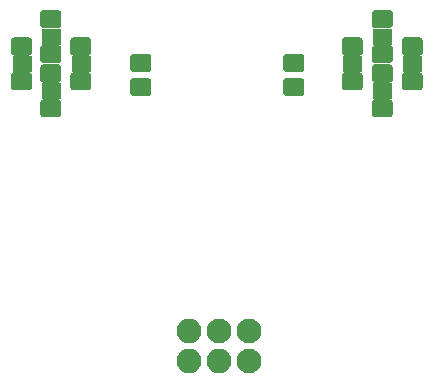
<source format=gbs>
G04 #@! TF.GenerationSoftware,KiCad,Pcbnew,(5.1.2)-1*
G04 #@! TF.CreationDate,2019-05-29T22:54:16+01:00*
G04 #@! TF.ProjectId,noname,6e6f6e61-6d65-42e6-9b69-6361645f7063,rev?*
G04 #@! TF.SameCoordinates,Original*
G04 #@! TF.FileFunction,Soldermask,Bot*
G04 #@! TF.FilePolarity,Negative*
%FSLAX46Y46*%
G04 Gerber Fmt 4.6, Leading zero omitted, Abs format (unit mm)*
G04 Created by KiCad (PCBNEW (5.1.2)-1) date 2019-05-29 22:54:16*
%MOMM*%
%LPD*%
G04 APERTURE LIST*
%ADD10C,0.100000*%
%ADD11C,1.550000*%
%ADD12C,2.100000*%
%ADD13O,2.100000X2.100000*%
G04 APERTURE END LIST*
D10*
G36*
X17272000Y-1714500D02*
G01*
X15748000Y-1714500D01*
X15748000Y-444500D01*
X17272000Y-444500D01*
X17272000Y-1714500D01*
G37*
X17272000Y-1714500D02*
X15748000Y-1714500D01*
X15748000Y-444500D01*
X17272000Y-444500D01*
X17272000Y-1714500D01*
G36*
X14732000Y-4000500D02*
G01*
X13208000Y-4000500D01*
X13208000Y-2730500D01*
X14732000Y-2730500D01*
X14732000Y-4000500D01*
G37*
X14732000Y-4000500D02*
X13208000Y-4000500D01*
X13208000Y-2730500D01*
X14732000Y-2730500D01*
X14732000Y-4000500D01*
G36*
X12192000Y-1714500D02*
G01*
X10668000Y-1714500D01*
X10668000Y-444500D01*
X12192000Y-444500D01*
X12192000Y-1714500D01*
G37*
X12192000Y-1714500D02*
X10668000Y-1714500D01*
X10668000Y-444500D01*
X12192000Y-444500D01*
X12192000Y-1714500D01*
G36*
X14732000Y571500D02*
G01*
X13208000Y571500D01*
X13208000Y1841500D01*
X14732000Y1841500D01*
X14732000Y571500D01*
G37*
X14732000Y571500D02*
X13208000Y571500D01*
X13208000Y1841500D01*
X14732000Y1841500D01*
X14732000Y571500D01*
G36*
X-13335000Y-4000500D02*
G01*
X-14859000Y-4000500D01*
X-14859000Y-2730500D01*
X-13335000Y-2730500D01*
X-13335000Y-4000500D01*
G37*
X-13335000Y-4000500D02*
X-14859000Y-4000500D01*
X-14859000Y-2730500D01*
X-13335000Y-2730500D01*
X-13335000Y-4000500D01*
G36*
X-15811500Y-1714500D02*
G01*
X-17335500Y-1714500D01*
X-17335500Y-444500D01*
X-15811500Y-444500D01*
X-15811500Y-1714500D01*
G37*
X-15811500Y-1714500D02*
X-17335500Y-1714500D01*
X-17335500Y-444500D01*
X-15811500Y-444500D01*
X-15811500Y-1714500D01*
G36*
X-13335000Y571500D02*
G01*
X-14859000Y571500D01*
X-14859000Y1841500D01*
X-13335000Y1841500D01*
X-13335000Y571500D01*
G37*
X-13335000Y571500D02*
X-14859000Y571500D01*
X-14859000Y1841500D01*
X-13335000Y1841500D01*
X-13335000Y571500D01*
G36*
X-10795000Y-1714500D02*
G01*
X-12319000Y-1714500D01*
X-12319000Y-444500D01*
X-10795000Y-444500D01*
X-10795000Y-1714500D01*
G37*
X-10795000Y-1714500D02*
X-12319000Y-1714500D01*
X-12319000Y-444500D01*
X-10795000Y-444500D01*
X-10795000Y-1714500D01*
G36*
X14566618Y518380D02*
G01*
X14599269Y513537D01*
X14631287Y505517D01*
X14662366Y494397D01*
X14692204Y480284D01*
X14720516Y463315D01*
X14747028Y443652D01*
X14771485Y421485D01*
X14793652Y397028D01*
X14813315Y370516D01*
X14830284Y342204D01*
X14844397Y312366D01*
X14855517Y281287D01*
X14863537Y249269D01*
X14868380Y216618D01*
X14870000Y183650D01*
X14870000Y-693650D01*
X14868380Y-726618D01*
X14863537Y-759269D01*
X14855517Y-791287D01*
X14844397Y-822366D01*
X14830284Y-852204D01*
X14813315Y-880516D01*
X14793652Y-907028D01*
X14771485Y-931485D01*
X14747028Y-953652D01*
X14720516Y-973315D01*
X14692204Y-990284D01*
X14662366Y-1004397D01*
X14631287Y-1015517D01*
X14599269Y-1023537D01*
X14566618Y-1028380D01*
X14533650Y-1030000D01*
X13406350Y-1030000D01*
X13373382Y-1028380D01*
X13340731Y-1023537D01*
X13308713Y-1015517D01*
X13277634Y-1004397D01*
X13247796Y-990284D01*
X13219484Y-973315D01*
X13192972Y-953652D01*
X13168515Y-931485D01*
X13146348Y-907028D01*
X13126685Y-880516D01*
X13109716Y-852204D01*
X13095603Y-822366D01*
X13084483Y-791287D01*
X13076463Y-759269D01*
X13071620Y-726618D01*
X13070000Y-693650D01*
X13070000Y183650D01*
X13071620Y216618D01*
X13076463Y249269D01*
X13084483Y281287D01*
X13095603Y312366D01*
X13109716Y342204D01*
X13126685Y370516D01*
X13146348Y397028D01*
X13168515Y421485D01*
X13192972Y443652D01*
X13219484Y463315D01*
X13247796Y480284D01*
X13277634Y494397D01*
X13308713Y505517D01*
X13340731Y513537D01*
X13373382Y518380D01*
X13406350Y520000D01*
X14533650Y520000D01*
X14566618Y518380D01*
X14566618Y518380D01*
G37*
D11*
X13970000Y-255000D03*
D10*
G36*
X14566618Y3468380D02*
G01*
X14599269Y3463537D01*
X14631287Y3455517D01*
X14662366Y3444397D01*
X14692204Y3430284D01*
X14720516Y3413315D01*
X14747028Y3393652D01*
X14771485Y3371485D01*
X14793652Y3347028D01*
X14813315Y3320516D01*
X14830284Y3292204D01*
X14844397Y3262366D01*
X14855517Y3231287D01*
X14863537Y3199269D01*
X14868380Y3166618D01*
X14870000Y3133650D01*
X14870000Y2256350D01*
X14868380Y2223382D01*
X14863537Y2190731D01*
X14855517Y2158713D01*
X14844397Y2127634D01*
X14830284Y2097796D01*
X14813315Y2069484D01*
X14793652Y2042972D01*
X14771485Y2018515D01*
X14747028Y1996348D01*
X14720516Y1976685D01*
X14692204Y1959716D01*
X14662366Y1945603D01*
X14631287Y1934483D01*
X14599269Y1926463D01*
X14566618Y1921620D01*
X14533650Y1920000D01*
X13406350Y1920000D01*
X13373382Y1921620D01*
X13340731Y1926463D01*
X13308713Y1934483D01*
X13277634Y1945603D01*
X13247796Y1959716D01*
X13219484Y1976685D01*
X13192972Y1996348D01*
X13168515Y2018515D01*
X13146348Y2042972D01*
X13126685Y2069484D01*
X13109716Y2097796D01*
X13095603Y2127634D01*
X13084483Y2158713D01*
X13076463Y2190731D01*
X13071620Y2223382D01*
X13070000Y2256350D01*
X13070000Y3133650D01*
X13071620Y3166618D01*
X13076463Y3199269D01*
X13084483Y3231287D01*
X13095603Y3262366D01*
X13109716Y3292204D01*
X13126685Y3320516D01*
X13146348Y3347028D01*
X13168515Y3371485D01*
X13192972Y3393652D01*
X13219484Y3413315D01*
X13247796Y3430284D01*
X13277634Y3444397D01*
X13308713Y3455517D01*
X13340731Y3463537D01*
X13373382Y3468380D01*
X13406350Y3470000D01*
X14533650Y3470000D01*
X14566618Y3468380D01*
X14566618Y3468380D01*
G37*
D11*
X13970000Y2695000D03*
D12*
X127000Y-23749000D03*
X2667000Y-23749000D03*
X2667000Y-26289000D03*
D13*
X127000Y-26289000D03*
X-2413000Y-23749000D03*
X-2413000Y-26289000D03*
D10*
G36*
X-13500382Y3468380D02*
G01*
X-13467731Y3463537D01*
X-13435713Y3455517D01*
X-13404634Y3444397D01*
X-13374796Y3430284D01*
X-13346484Y3413315D01*
X-13319972Y3393652D01*
X-13295515Y3371485D01*
X-13273348Y3347028D01*
X-13253685Y3320516D01*
X-13236716Y3292204D01*
X-13222603Y3262366D01*
X-13211483Y3231287D01*
X-13203463Y3199269D01*
X-13198620Y3166618D01*
X-13197000Y3133650D01*
X-13197000Y2256350D01*
X-13198620Y2223382D01*
X-13203463Y2190731D01*
X-13211483Y2158713D01*
X-13222603Y2127634D01*
X-13236716Y2097796D01*
X-13253685Y2069484D01*
X-13273348Y2042972D01*
X-13295515Y2018515D01*
X-13319972Y1996348D01*
X-13346484Y1976685D01*
X-13374796Y1959716D01*
X-13404634Y1945603D01*
X-13435713Y1934483D01*
X-13467731Y1926463D01*
X-13500382Y1921620D01*
X-13533350Y1920000D01*
X-14660650Y1920000D01*
X-14693618Y1921620D01*
X-14726269Y1926463D01*
X-14758287Y1934483D01*
X-14789366Y1945603D01*
X-14819204Y1959716D01*
X-14847516Y1976685D01*
X-14874028Y1996348D01*
X-14898485Y2018515D01*
X-14920652Y2042972D01*
X-14940315Y2069484D01*
X-14957284Y2097796D01*
X-14971397Y2127634D01*
X-14982517Y2158713D01*
X-14990537Y2190731D01*
X-14995380Y2223382D01*
X-14997000Y2256350D01*
X-14997000Y3133650D01*
X-14995380Y3166618D01*
X-14990537Y3199269D01*
X-14982517Y3231287D01*
X-14971397Y3262366D01*
X-14957284Y3292204D01*
X-14940315Y3320516D01*
X-14920652Y3347028D01*
X-14898485Y3371485D01*
X-14874028Y3393652D01*
X-14847516Y3413315D01*
X-14819204Y3430284D01*
X-14789366Y3444397D01*
X-14758287Y3455517D01*
X-14726269Y3463537D01*
X-14693618Y3468380D01*
X-14660650Y3470000D01*
X-13533350Y3470000D01*
X-13500382Y3468380D01*
X-13500382Y3468380D01*
G37*
D11*
X-14097000Y2695000D03*
D10*
G36*
X-13500382Y518380D02*
G01*
X-13467731Y513537D01*
X-13435713Y505517D01*
X-13404634Y494397D01*
X-13374796Y480284D01*
X-13346484Y463315D01*
X-13319972Y443652D01*
X-13295515Y421485D01*
X-13273348Y397028D01*
X-13253685Y370516D01*
X-13236716Y342204D01*
X-13222603Y312366D01*
X-13211483Y281287D01*
X-13203463Y249269D01*
X-13198620Y216618D01*
X-13197000Y183650D01*
X-13197000Y-693650D01*
X-13198620Y-726618D01*
X-13203463Y-759269D01*
X-13211483Y-791287D01*
X-13222603Y-822366D01*
X-13236716Y-852204D01*
X-13253685Y-880516D01*
X-13273348Y-907028D01*
X-13295515Y-931485D01*
X-13319972Y-953652D01*
X-13346484Y-973315D01*
X-13374796Y-990284D01*
X-13404634Y-1004397D01*
X-13435713Y-1015517D01*
X-13467731Y-1023537D01*
X-13500382Y-1028380D01*
X-13533350Y-1030000D01*
X-14660650Y-1030000D01*
X-14693618Y-1028380D01*
X-14726269Y-1023537D01*
X-14758287Y-1015517D01*
X-14789366Y-1004397D01*
X-14819204Y-990284D01*
X-14847516Y-973315D01*
X-14874028Y-953652D01*
X-14898485Y-931485D01*
X-14920652Y-907028D01*
X-14940315Y-880516D01*
X-14957284Y-852204D01*
X-14971397Y-822366D01*
X-14982517Y-791287D01*
X-14990537Y-759269D01*
X-14995380Y-726618D01*
X-14997000Y-693650D01*
X-14997000Y183650D01*
X-14995380Y216618D01*
X-14990537Y249269D01*
X-14982517Y281287D01*
X-14971397Y312366D01*
X-14957284Y342204D01*
X-14940315Y370516D01*
X-14920652Y397028D01*
X-14898485Y421485D01*
X-14874028Y443652D01*
X-14847516Y463315D01*
X-14819204Y480284D01*
X-14789366Y494397D01*
X-14758287Y505517D01*
X-14726269Y513537D01*
X-14693618Y518380D01*
X-14660650Y520000D01*
X-13533350Y520000D01*
X-13500382Y518380D01*
X-13500382Y518380D01*
G37*
D11*
X-14097000Y-255000D03*
D10*
G36*
X-13500382Y-4080620D02*
G01*
X-13467731Y-4085463D01*
X-13435713Y-4093483D01*
X-13404634Y-4104603D01*
X-13374796Y-4118716D01*
X-13346484Y-4135685D01*
X-13319972Y-4155348D01*
X-13295515Y-4177515D01*
X-13273348Y-4201972D01*
X-13253685Y-4228484D01*
X-13236716Y-4256796D01*
X-13222603Y-4286634D01*
X-13211483Y-4317713D01*
X-13203463Y-4349731D01*
X-13198620Y-4382382D01*
X-13197000Y-4415350D01*
X-13197000Y-5292650D01*
X-13198620Y-5325618D01*
X-13203463Y-5358269D01*
X-13211483Y-5390287D01*
X-13222603Y-5421366D01*
X-13236716Y-5451204D01*
X-13253685Y-5479516D01*
X-13273348Y-5506028D01*
X-13295515Y-5530485D01*
X-13319972Y-5552652D01*
X-13346484Y-5572315D01*
X-13374796Y-5589284D01*
X-13404634Y-5603397D01*
X-13435713Y-5614517D01*
X-13467731Y-5622537D01*
X-13500382Y-5627380D01*
X-13533350Y-5629000D01*
X-14660650Y-5629000D01*
X-14693618Y-5627380D01*
X-14726269Y-5622537D01*
X-14758287Y-5614517D01*
X-14789366Y-5603397D01*
X-14819204Y-5589284D01*
X-14847516Y-5572315D01*
X-14874028Y-5552652D01*
X-14898485Y-5530485D01*
X-14920652Y-5506028D01*
X-14940315Y-5479516D01*
X-14957284Y-5451204D01*
X-14971397Y-5421366D01*
X-14982517Y-5390287D01*
X-14990537Y-5358269D01*
X-14995380Y-5325618D01*
X-14997000Y-5292650D01*
X-14997000Y-4415350D01*
X-14995380Y-4382382D01*
X-14990537Y-4349731D01*
X-14982517Y-4317713D01*
X-14971397Y-4286634D01*
X-14957284Y-4256796D01*
X-14940315Y-4228484D01*
X-14920652Y-4201972D01*
X-14898485Y-4177515D01*
X-14874028Y-4155348D01*
X-14847516Y-4135685D01*
X-14819204Y-4118716D01*
X-14789366Y-4104603D01*
X-14758287Y-4093483D01*
X-14726269Y-4085463D01*
X-14693618Y-4080620D01*
X-14660650Y-4079000D01*
X-13533350Y-4079000D01*
X-13500382Y-4080620D01*
X-13500382Y-4080620D01*
G37*
D11*
X-14097000Y-4854000D03*
D10*
G36*
X-13500382Y-1130620D02*
G01*
X-13467731Y-1135463D01*
X-13435713Y-1143483D01*
X-13404634Y-1154603D01*
X-13374796Y-1168716D01*
X-13346484Y-1185685D01*
X-13319972Y-1205348D01*
X-13295515Y-1227515D01*
X-13273348Y-1251972D01*
X-13253685Y-1278484D01*
X-13236716Y-1306796D01*
X-13222603Y-1336634D01*
X-13211483Y-1367713D01*
X-13203463Y-1399731D01*
X-13198620Y-1432382D01*
X-13197000Y-1465350D01*
X-13197000Y-2342650D01*
X-13198620Y-2375618D01*
X-13203463Y-2408269D01*
X-13211483Y-2440287D01*
X-13222603Y-2471366D01*
X-13236716Y-2501204D01*
X-13253685Y-2529516D01*
X-13273348Y-2556028D01*
X-13295515Y-2580485D01*
X-13319972Y-2602652D01*
X-13346484Y-2622315D01*
X-13374796Y-2639284D01*
X-13404634Y-2653397D01*
X-13435713Y-2664517D01*
X-13467731Y-2672537D01*
X-13500382Y-2677380D01*
X-13533350Y-2679000D01*
X-14660650Y-2679000D01*
X-14693618Y-2677380D01*
X-14726269Y-2672537D01*
X-14758287Y-2664517D01*
X-14789366Y-2653397D01*
X-14819204Y-2639284D01*
X-14847516Y-2622315D01*
X-14874028Y-2602652D01*
X-14898485Y-2580485D01*
X-14920652Y-2556028D01*
X-14940315Y-2529516D01*
X-14957284Y-2501204D01*
X-14971397Y-2471366D01*
X-14982517Y-2440287D01*
X-14990537Y-2408269D01*
X-14995380Y-2375618D01*
X-14997000Y-2342650D01*
X-14997000Y-1465350D01*
X-14995380Y-1432382D01*
X-14990537Y-1399731D01*
X-14982517Y-1367713D01*
X-14971397Y-1336634D01*
X-14957284Y-1306796D01*
X-14940315Y-1278484D01*
X-14920652Y-1251972D01*
X-14898485Y-1227515D01*
X-14874028Y-1205348D01*
X-14847516Y-1185685D01*
X-14819204Y-1168716D01*
X-14789366Y-1154603D01*
X-14758287Y-1143483D01*
X-14726269Y-1135463D01*
X-14693618Y-1130620D01*
X-14660650Y-1129000D01*
X-13533350Y-1129000D01*
X-13500382Y-1130620D01*
X-13500382Y-1130620D01*
G37*
D11*
X-14097000Y-1904000D03*
D10*
G36*
X-15976882Y1155380D02*
G01*
X-15944231Y1150537D01*
X-15912213Y1142517D01*
X-15881134Y1131397D01*
X-15851296Y1117284D01*
X-15822984Y1100315D01*
X-15796472Y1080652D01*
X-15772015Y1058485D01*
X-15749848Y1034028D01*
X-15730185Y1007516D01*
X-15713216Y979204D01*
X-15699103Y949366D01*
X-15687983Y918287D01*
X-15679963Y886269D01*
X-15675120Y853618D01*
X-15673500Y820650D01*
X-15673500Y-56650D01*
X-15675120Y-89618D01*
X-15679963Y-122269D01*
X-15687983Y-154287D01*
X-15699103Y-185366D01*
X-15713216Y-215204D01*
X-15730185Y-243516D01*
X-15749848Y-270028D01*
X-15772015Y-294485D01*
X-15796472Y-316652D01*
X-15822984Y-336315D01*
X-15851296Y-353284D01*
X-15881134Y-367397D01*
X-15912213Y-378517D01*
X-15944231Y-386537D01*
X-15976882Y-391380D01*
X-16009850Y-393000D01*
X-17137150Y-393000D01*
X-17170118Y-391380D01*
X-17202769Y-386537D01*
X-17234787Y-378517D01*
X-17265866Y-367397D01*
X-17295704Y-353284D01*
X-17324016Y-336315D01*
X-17350528Y-316652D01*
X-17374985Y-294485D01*
X-17397152Y-270028D01*
X-17416815Y-243516D01*
X-17433784Y-215204D01*
X-17447897Y-185366D01*
X-17459017Y-154287D01*
X-17467037Y-122269D01*
X-17471880Y-89618D01*
X-17473500Y-56650D01*
X-17473500Y820650D01*
X-17471880Y853618D01*
X-17467037Y886269D01*
X-17459017Y918287D01*
X-17447897Y949366D01*
X-17433784Y979204D01*
X-17416815Y1007516D01*
X-17397152Y1034028D01*
X-17374985Y1058485D01*
X-17350528Y1080652D01*
X-17324016Y1100315D01*
X-17295704Y1117284D01*
X-17265866Y1131397D01*
X-17234787Y1142517D01*
X-17202769Y1150537D01*
X-17170118Y1155380D01*
X-17137150Y1157000D01*
X-16009850Y1157000D01*
X-15976882Y1155380D01*
X-15976882Y1155380D01*
G37*
D11*
X-16573500Y382000D03*
D10*
G36*
X-15976882Y-1794620D02*
G01*
X-15944231Y-1799463D01*
X-15912213Y-1807483D01*
X-15881134Y-1818603D01*
X-15851296Y-1832716D01*
X-15822984Y-1849685D01*
X-15796472Y-1869348D01*
X-15772015Y-1891515D01*
X-15749848Y-1915972D01*
X-15730185Y-1942484D01*
X-15713216Y-1970796D01*
X-15699103Y-2000634D01*
X-15687983Y-2031713D01*
X-15679963Y-2063731D01*
X-15675120Y-2096382D01*
X-15673500Y-2129350D01*
X-15673500Y-3006650D01*
X-15675120Y-3039618D01*
X-15679963Y-3072269D01*
X-15687983Y-3104287D01*
X-15699103Y-3135366D01*
X-15713216Y-3165204D01*
X-15730185Y-3193516D01*
X-15749848Y-3220028D01*
X-15772015Y-3244485D01*
X-15796472Y-3266652D01*
X-15822984Y-3286315D01*
X-15851296Y-3303284D01*
X-15881134Y-3317397D01*
X-15912213Y-3328517D01*
X-15944231Y-3336537D01*
X-15976882Y-3341380D01*
X-16009850Y-3343000D01*
X-17137150Y-3343000D01*
X-17170118Y-3341380D01*
X-17202769Y-3336537D01*
X-17234787Y-3328517D01*
X-17265866Y-3317397D01*
X-17295704Y-3303284D01*
X-17324016Y-3286315D01*
X-17350528Y-3266652D01*
X-17374985Y-3244485D01*
X-17397152Y-3220028D01*
X-17416815Y-3193516D01*
X-17433784Y-3165204D01*
X-17447897Y-3135366D01*
X-17459017Y-3104287D01*
X-17467037Y-3072269D01*
X-17471880Y-3039618D01*
X-17473500Y-3006650D01*
X-17473500Y-2129350D01*
X-17471880Y-2096382D01*
X-17467037Y-2063731D01*
X-17459017Y-2031713D01*
X-17447897Y-2000634D01*
X-17433784Y-1970796D01*
X-17416815Y-1942484D01*
X-17397152Y-1915972D01*
X-17374985Y-1891515D01*
X-17350528Y-1869348D01*
X-17324016Y-1849685D01*
X-17295704Y-1832716D01*
X-17265866Y-1818603D01*
X-17234787Y-1807483D01*
X-17202769Y-1799463D01*
X-17170118Y-1794620D01*
X-17137150Y-1793000D01*
X-16009850Y-1793000D01*
X-15976882Y-1794620D01*
X-15976882Y-1794620D01*
G37*
D11*
X-16573500Y-2568000D03*
D10*
G36*
X-10960382Y1155380D02*
G01*
X-10927731Y1150537D01*
X-10895713Y1142517D01*
X-10864634Y1131397D01*
X-10834796Y1117284D01*
X-10806484Y1100315D01*
X-10779972Y1080652D01*
X-10755515Y1058485D01*
X-10733348Y1034028D01*
X-10713685Y1007516D01*
X-10696716Y979204D01*
X-10682603Y949366D01*
X-10671483Y918287D01*
X-10663463Y886269D01*
X-10658620Y853618D01*
X-10657000Y820650D01*
X-10657000Y-56650D01*
X-10658620Y-89618D01*
X-10663463Y-122269D01*
X-10671483Y-154287D01*
X-10682603Y-185366D01*
X-10696716Y-215204D01*
X-10713685Y-243516D01*
X-10733348Y-270028D01*
X-10755515Y-294485D01*
X-10779972Y-316652D01*
X-10806484Y-336315D01*
X-10834796Y-353284D01*
X-10864634Y-367397D01*
X-10895713Y-378517D01*
X-10927731Y-386537D01*
X-10960382Y-391380D01*
X-10993350Y-393000D01*
X-12120650Y-393000D01*
X-12153618Y-391380D01*
X-12186269Y-386537D01*
X-12218287Y-378517D01*
X-12249366Y-367397D01*
X-12279204Y-353284D01*
X-12307516Y-336315D01*
X-12334028Y-316652D01*
X-12358485Y-294485D01*
X-12380652Y-270028D01*
X-12400315Y-243516D01*
X-12417284Y-215204D01*
X-12431397Y-185366D01*
X-12442517Y-154287D01*
X-12450537Y-122269D01*
X-12455380Y-89618D01*
X-12457000Y-56650D01*
X-12457000Y820650D01*
X-12455380Y853618D01*
X-12450537Y886269D01*
X-12442517Y918287D01*
X-12431397Y949366D01*
X-12417284Y979204D01*
X-12400315Y1007516D01*
X-12380652Y1034028D01*
X-12358485Y1058485D01*
X-12334028Y1080652D01*
X-12307516Y1100315D01*
X-12279204Y1117284D01*
X-12249366Y1131397D01*
X-12218287Y1142517D01*
X-12186269Y1150537D01*
X-12153618Y1155380D01*
X-12120650Y1157000D01*
X-10993350Y1157000D01*
X-10960382Y1155380D01*
X-10960382Y1155380D01*
G37*
D11*
X-11557000Y382000D03*
D10*
G36*
X-10960382Y-1794620D02*
G01*
X-10927731Y-1799463D01*
X-10895713Y-1807483D01*
X-10864634Y-1818603D01*
X-10834796Y-1832716D01*
X-10806484Y-1849685D01*
X-10779972Y-1869348D01*
X-10755515Y-1891515D01*
X-10733348Y-1915972D01*
X-10713685Y-1942484D01*
X-10696716Y-1970796D01*
X-10682603Y-2000634D01*
X-10671483Y-2031713D01*
X-10663463Y-2063731D01*
X-10658620Y-2096382D01*
X-10657000Y-2129350D01*
X-10657000Y-3006650D01*
X-10658620Y-3039618D01*
X-10663463Y-3072269D01*
X-10671483Y-3104287D01*
X-10682603Y-3135366D01*
X-10696716Y-3165204D01*
X-10713685Y-3193516D01*
X-10733348Y-3220028D01*
X-10755515Y-3244485D01*
X-10779972Y-3266652D01*
X-10806484Y-3286315D01*
X-10834796Y-3303284D01*
X-10864634Y-3317397D01*
X-10895713Y-3328517D01*
X-10927731Y-3336537D01*
X-10960382Y-3341380D01*
X-10993350Y-3343000D01*
X-12120650Y-3343000D01*
X-12153618Y-3341380D01*
X-12186269Y-3336537D01*
X-12218287Y-3328517D01*
X-12249366Y-3317397D01*
X-12279204Y-3303284D01*
X-12307516Y-3286315D01*
X-12334028Y-3266652D01*
X-12358485Y-3244485D01*
X-12380652Y-3220028D01*
X-12400315Y-3193516D01*
X-12417284Y-3165204D01*
X-12431397Y-3135366D01*
X-12442517Y-3104287D01*
X-12450537Y-3072269D01*
X-12455380Y-3039618D01*
X-12457000Y-3006650D01*
X-12457000Y-2129350D01*
X-12455380Y-2096382D01*
X-12450537Y-2063731D01*
X-12442517Y-2031713D01*
X-12431397Y-2000634D01*
X-12417284Y-1970796D01*
X-12400315Y-1942484D01*
X-12380652Y-1915972D01*
X-12358485Y-1891515D01*
X-12334028Y-1869348D01*
X-12307516Y-1849685D01*
X-12279204Y-1832716D01*
X-12249366Y-1818603D01*
X-12218287Y-1807483D01*
X-12186269Y-1799463D01*
X-12153618Y-1794620D01*
X-12120650Y-1793000D01*
X-10993350Y-1793000D01*
X-10960382Y-1794620D01*
X-10960382Y-1794620D01*
G37*
D11*
X-11557000Y-2568000D03*
D10*
G36*
X12026618Y-1794620D02*
G01*
X12059269Y-1799463D01*
X12091287Y-1807483D01*
X12122366Y-1818603D01*
X12152204Y-1832716D01*
X12180516Y-1849685D01*
X12207028Y-1869348D01*
X12231485Y-1891515D01*
X12253652Y-1915972D01*
X12273315Y-1942484D01*
X12290284Y-1970796D01*
X12304397Y-2000634D01*
X12315517Y-2031713D01*
X12323537Y-2063731D01*
X12328380Y-2096382D01*
X12330000Y-2129350D01*
X12330000Y-3006650D01*
X12328380Y-3039618D01*
X12323537Y-3072269D01*
X12315517Y-3104287D01*
X12304397Y-3135366D01*
X12290284Y-3165204D01*
X12273315Y-3193516D01*
X12253652Y-3220028D01*
X12231485Y-3244485D01*
X12207028Y-3266652D01*
X12180516Y-3286315D01*
X12152204Y-3303284D01*
X12122366Y-3317397D01*
X12091287Y-3328517D01*
X12059269Y-3336537D01*
X12026618Y-3341380D01*
X11993650Y-3343000D01*
X10866350Y-3343000D01*
X10833382Y-3341380D01*
X10800731Y-3336537D01*
X10768713Y-3328517D01*
X10737634Y-3317397D01*
X10707796Y-3303284D01*
X10679484Y-3286315D01*
X10652972Y-3266652D01*
X10628515Y-3244485D01*
X10606348Y-3220028D01*
X10586685Y-3193516D01*
X10569716Y-3165204D01*
X10555603Y-3135366D01*
X10544483Y-3104287D01*
X10536463Y-3072269D01*
X10531620Y-3039618D01*
X10530000Y-3006650D01*
X10530000Y-2129350D01*
X10531620Y-2096382D01*
X10536463Y-2063731D01*
X10544483Y-2031713D01*
X10555603Y-2000634D01*
X10569716Y-1970796D01*
X10586685Y-1942484D01*
X10606348Y-1915972D01*
X10628515Y-1891515D01*
X10652972Y-1869348D01*
X10679484Y-1849685D01*
X10707796Y-1832716D01*
X10737634Y-1818603D01*
X10768713Y-1807483D01*
X10800731Y-1799463D01*
X10833382Y-1794620D01*
X10866350Y-1793000D01*
X11993650Y-1793000D01*
X12026618Y-1794620D01*
X12026618Y-1794620D01*
G37*
D11*
X11430000Y-2568000D03*
D10*
G36*
X12026618Y1155380D02*
G01*
X12059269Y1150537D01*
X12091287Y1142517D01*
X12122366Y1131397D01*
X12152204Y1117284D01*
X12180516Y1100315D01*
X12207028Y1080652D01*
X12231485Y1058485D01*
X12253652Y1034028D01*
X12273315Y1007516D01*
X12290284Y979204D01*
X12304397Y949366D01*
X12315517Y918287D01*
X12323537Y886269D01*
X12328380Y853618D01*
X12330000Y820650D01*
X12330000Y-56650D01*
X12328380Y-89618D01*
X12323537Y-122269D01*
X12315517Y-154287D01*
X12304397Y-185366D01*
X12290284Y-215204D01*
X12273315Y-243516D01*
X12253652Y-270028D01*
X12231485Y-294485D01*
X12207028Y-316652D01*
X12180516Y-336315D01*
X12152204Y-353284D01*
X12122366Y-367397D01*
X12091287Y-378517D01*
X12059269Y-386537D01*
X12026618Y-391380D01*
X11993650Y-393000D01*
X10866350Y-393000D01*
X10833382Y-391380D01*
X10800731Y-386537D01*
X10768713Y-378517D01*
X10737634Y-367397D01*
X10707796Y-353284D01*
X10679484Y-336315D01*
X10652972Y-316652D01*
X10628515Y-294485D01*
X10606348Y-270028D01*
X10586685Y-243516D01*
X10569716Y-215204D01*
X10555603Y-185366D01*
X10544483Y-154287D01*
X10536463Y-122269D01*
X10531620Y-89618D01*
X10530000Y-56650D01*
X10530000Y820650D01*
X10531620Y853618D01*
X10536463Y886269D01*
X10544483Y918287D01*
X10555603Y949366D01*
X10569716Y979204D01*
X10586685Y1007516D01*
X10606348Y1034028D01*
X10628515Y1058485D01*
X10652972Y1080652D01*
X10679484Y1100315D01*
X10707796Y1117284D01*
X10737634Y1131397D01*
X10768713Y1142517D01*
X10800731Y1150537D01*
X10833382Y1155380D01*
X10866350Y1157000D01*
X11993650Y1157000D01*
X12026618Y1155380D01*
X12026618Y1155380D01*
G37*
D11*
X11430000Y382000D03*
D10*
G36*
X14566618Y-1130620D02*
G01*
X14599269Y-1135463D01*
X14631287Y-1143483D01*
X14662366Y-1154603D01*
X14692204Y-1168716D01*
X14720516Y-1185685D01*
X14747028Y-1205348D01*
X14771485Y-1227515D01*
X14793652Y-1251972D01*
X14813315Y-1278484D01*
X14830284Y-1306796D01*
X14844397Y-1336634D01*
X14855517Y-1367713D01*
X14863537Y-1399731D01*
X14868380Y-1432382D01*
X14870000Y-1465350D01*
X14870000Y-2342650D01*
X14868380Y-2375618D01*
X14863537Y-2408269D01*
X14855517Y-2440287D01*
X14844397Y-2471366D01*
X14830284Y-2501204D01*
X14813315Y-2529516D01*
X14793652Y-2556028D01*
X14771485Y-2580485D01*
X14747028Y-2602652D01*
X14720516Y-2622315D01*
X14692204Y-2639284D01*
X14662366Y-2653397D01*
X14631287Y-2664517D01*
X14599269Y-2672537D01*
X14566618Y-2677380D01*
X14533650Y-2679000D01*
X13406350Y-2679000D01*
X13373382Y-2677380D01*
X13340731Y-2672537D01*
X13308713Y-2664517D01*
X13277634Y-2653397D01*
X13247796Y-2639284D01*
X13219484Y-2622315D01*
X13192972Y-2602652D01*
X13168515Y-2580485D01*
X13146348Y-2556028D01*
X13126685Y-2529516D01*
X13109716Y-2501204D01*
X13095603Y-2471366D01*
X13084483Y-2440287D01*
X13076463Y-2408269D01*
X13071620Y-2375618D01*
X13070000Y-2342650D01*
X13070000Y-1465350D01*
X13071620Y-1432382D01*
X13076463Y-1399731D01*
X13084483Y-1367713D01*
X13095603Y-1336634D01*
X13109716Y-1306796D01*
X13126685Y-1278484D01*
X13146348Y-1251972D01*
X13168515Y-1227515D01*
X13192972Y-1205348D01*
X13219484Y-1185685D01*
X13247796Y-1168716D01*
X13277634Y-1154603D01*
X13308713Y-1143483D01*
X13340731Y-1135463D01*
X13373382Y-1130620D01*
X13406350Y-1129000D01*
X14533650Y-1129000D01*
X14566618Y-1130620D01*
X14566618Y-1130620D01*
G37*
D11*
X13970000Y-1904000D03*
D10*
G36*
X14566618Y-4080620D02*
G01*
X14599269Y-4085463D01*
X14631287Y-4093483D01*
X14662366Y-4104603D01*
X14692204Y-4118716D01*
X14720516Y-4135685D01*
X14747028Y-4155348D01*
X14771485Y-4177515D01*
X14793652Y-4201972D01*
X14813315Y-4228484D01*
X14830284Y-4256796D01*
X14844397Y-4286634D01*
X14855517Y-4317713D01*
X14863537Y-4349731D01*
X14868380Y-4382382D01*
X14870000Y-4415350D01*
X14870000Y-5292650D01*
X14868380Y-5325618D01*
X14863537Y-5358269D01*
X14855517Y-5390287D01*
X14844397Y-5421366D01*
X14830284Y-5451204D01*
X14813315Y-5479516D01*
X14793652Y-5506028D01*
X14771485Y-5530485D01*
X14747028Y-5552652D01*
X14720516Y-5572315D01*
X14692204Y-5589284D01*
X14662366Y-5603397D01*
X14631287Y-5614517D01*
X14599269Y-5622537D01*
X14566618Y-5627380D01*
X14533650Y-5629000D01*
X13406350Y-5629000D01*
X13373382Y-5627380D01*
X13340731Y-5622537D01*
X13308713Y-5614517D01*
X13277634Y-5603397D01*
X13247796Y-5589284D01*
X13219484Y-5572315D01*
X13192972Y-5552652D01*
X13168515Y-5530485D01*
X13146348Y-5506028D01*
X13126685Y-5479516D01*
X13109716Y-5451204D01*
X13095603Y-5421366D01*
X13084483Y-5390287D01*
X13076463Y-5358269D01*
X13071620Y-5325618D01*
X13070000Y-5292650D01*
X13070000Y-4415350D01*
X13071620Y-4382382D01*
X13076463Y-4349731D01*
X13084483Y-4317713D01*
X13095603Y-4286634D01*
X13109716Y-4256796D01*
X13126685Y-4228484D01*
X13146348Y-4201972D01*
X13168515Y-4177515D01*
X13192972Y-4155348D01*
X13219484Y-4135685D01*
X13247796Y-4118716D01*
X13277634Y-4104603D01*
X13308713Y-4093483D01*
X13340731Y-4085463D01*
X13373382Y-4080620D01*
X13406350Y-4079000D01*
X14533650Y-4079000D01*
X14566618Y-4080620D01*
X14566618Y-4080620D01*
G37*
D11*
X13970000Y-4854000D03*
D10*
G36*
X17106618Y-1794620D02*
G01*
X17139269Y-1799463D01*
X17171287Y-1807483D01*
X17202366Y-1818603D01*
X17232204Y-1832716D01*
X17260516Y-1849685D01*
X17287028Y-1869348D01*
X17311485Y-1891515D01*
X17333652Y-1915972D01*
X17353315Y-1942484D01*
X17370284Y-1970796D01*
X17384397Y-2000634D01*
X17395517Y-2031713D01*
X17403537Y-2063731D01*
X17408380Y-2096382D01*
X17410000Y-2129350D01*
X17410000Y-3006650D01*
X17408380Y-3039618D01*
X17403537Y-3072269D01*
X17395517Y-3104287D01*
X17384397Y-3135366D01*
X17370284Y-3165204D01*
X17353315Y-3193516D01*
X17333652Y-3220028D01*
X17311485Y-3244485D01*
X17287028Y-3266652D01*
X17260516Y-3286315D01*
X17232204Y-3303284D01*
X17202366Y-3317397D01*
X17171287Y-3328517D01*
X17139269Y-3336537D01*
X17106618Y-3341380D01*
X17073650Y-3343000D01*
X15946350Y-3343000D01*
X15913382Y-3341380D01*
X15880731Y-3336537D01*
X15848713Y-3328517D01*
X15817634Y-3317397D01*
X15787796Y-3303284D01*
X15759484Y-3286315D01*
X15732972Y-3266652D01*
X15708515Y-3244485D01*
X15686348Y-3220028D01*
X15666685Y-3193516D01*
X15649716Y-3165204D01*
X15635603Y-3135366D01*
X15624483Y-3104287D01*
X15616463Y-3072269D01*
X15611620Y-3039618D01*
X15610000Y-3006650D01*
X15610000Y-2129350D01*
X15611620Y-2096382D01*
X15616463Y-2063731D01*
X15624483Y-2031713D01*
X15635603Y-2000634D01*
X15649716Y-1970796D01*
X15666685Y-1942484D01*
X15686348Y-1915972D01*
X15708515Y-1891515D01*
X15732972Y-1869348D01*
X15759484Y-1849685D01*
X15787796Y-1832716D01*
X15817634Y-1818603D01*
X15848713Y-1807483D01*
X15880731Y-1799463D01*
X15913382Y-1794620D01*
X15946350Y-1793000D01*
X17073650Y-1793000D01*
X17106618Y-1794620D01*
X17106618Y-1794620D01*
G37*
D11*
X16510000Y-2568000D03*
D10*
G36*
X17106618Y1155380D02*
G01*
X17139269Y1150537D01*
X17171287Y1142517D01*
X17202366Y1131397D01*
X17232204Y1117284D01*
X17260516Y1100315D01*
X17287028Y1080652D01*
X17311485Y1058485D01*
X17333652Y1034028D01*
X17353315Y1007516D01*
X17370284Y979204D01*
X17384397Y949366D01*
X17395517Y918287D01*
X17403537Y886269D01*
X17408380Y853618D01*
X17410000Y820650D01*
X17410000Y-56650D01*
X17408380Y-89618D01*
X17403537Y-122269D01*
X17395517Y-154287D01*
X17384397Y-185366D01*
X17370284Y-215204D01*
X17353315Y-243516D01*
X17333652Y-270028D01*
X17311485Y-294485D01*
X17287028Y-316652D01*
X17260516Y-336315D01*
X17232204Y-353284D01*
X17202366Y-367397D01*
X17171287Y-378517D01*
X17139269Y-386537D01*
X17106618Y-391380D01*
X17073650Y-393000D01*
X15946350Y-393000D01*
X15913382Y-391380D01*
X15880731Y-386537D01*
X15848713Y-378517D01*
X15817634Y-367397D01*
X15787796Y-353284D01*
X15759484Y-336315D01*
X15732972Y-316652D01*
X15708515Y-294485D01*
X15686348Y-270028D01*
X15666685Y-243516D01*
X15649716Y-215204D01*
X15635603Y-185366D01*
X15624483Y-154287D01*
X15616463Y-122269D01*
X15611620Y-89618D01*
X15610000Y-56650D01*
X15610000Y820650D01*
X15611620Y853618D01*
X15616463Y886269D01*
X15624483Y918287D01*
X15635603Y949366D01*
X15649716Y979204D01*
X15666685Y1007516D01*
X15686348Y1034028D01*
X15708515Y1058485D01*
X15732972Y1080652D01*
X15759484Y1100315D01*
X15787796Y1117284D01*
X15817634Y1131397D01*
X15848713Y1142517D01*
X15880731Y1150537D01*
X15913382Y1155380D01*
X15946350Y1157000D01*
X17073650Y1157000D01*
X17106618Y1155380D01*
X17106618Y1155380D01*
G37*
D11*
X16510000Y382000D03*
D10*
G36*
X-5880929Y-2283623D02*
G01*
X-5848219Y-2288475D01*
X-5816143Y-2296509D01*
X-5785009Y-2307649D01*
X-5755116Y-2321787D01*
X-5726753Y-2338787D01*
X-5700193Y-2358485D01*
X-5675692Y-2380692D01*
X-5653485Y-2405193D01*
X-5633787Y-2431753D01*
X-5616787Y-2460116D01*
X-5602649Y-2490009D01*
X-5591509Y-2521143D01*
X-5583475Y-2553219D01*
X-5578623Y-2585929D01*
X-5577000Y-2618956D01*
X-5577000Y-3495044D01*
X-5578623Y-3528071D01*
X-5583475Y-3560781D01*
X-5591509Y-3592857D01*
X-5602649Y-3623991D01*
X-5616787Y-3653884D01*
X-5633787Y-3682247D01*
X-5653485Y-3708807D01*
X-5675692Y-3733308D01*
X-5700193Y-3755515D01*
X-5726753Y-3775213D01*
X-5755116Y-3792213D01*
X-5785009Y-3806351D01*
X-5816143Y-3817491D01*
X-5848219Y-3825525D01*
X-5880929Y-3830377D01*
X-5913956Y-3832000D01*
X-7040044Y-3832000D01*
X-7073071Y-3830377D01*
X-7105781Y-3825525D01*
X-7137857Y-3817491D01*
X-7168991Y-3806351D01*
X-7198884Y-3792213D01*
X-7227247Y-3775213D01*
X-7253807Y-3755515D01*
X-7278308Y-3733308D01*
X-7300515Y-3708807D01*
X-7320213Y-3682247D01*
X-7337213Y-3653884D01*
X-7351351Y-3623991D01*
X-7362491Y-3592857D01*
X-7370525Y-3560781D01*
X-7375377Y-3528071D01*
X-7377000Y-3495044D01*
X-7377000Y-2618956D01*
X-7375377Y-2585929D01*
X-7370525Y-2553219D01*
X-7362491Y-2521143D01*
X-7351351Y-2490009D01*
X-7337213Y-2460116D01*
X-7320213Y-2431753D01*
X-7300515Y-2405193D01*
X-7278308Y-2380692D01*
X-7253807Y-2358485D01*
X-7227247Y-2338787D01*
X-7198884Y-2321787D01*
X-7168991Y-2307649D01*
X-7137857Y-2296509D01*
X-7105781Y-2288475D01*
X-7073071Y-2283623D01*
X-7040044Y-2282000D01*
X-5913956Y-2282000D01*
X-5880929Y-2283623D01*
X-5880929Y-2283623D01*
G37*
D11*
X-6477000Y-3057000D03*
D10*
G36*
X-5880929Y-233623D02*
G01*
X-5848219Y-238475D01*
X-5816143Y-246509D01*
X-5785009Y-257649D01*
X-5755116Y-271787D01*
X-5726753Y-288787D01*
X-5700193Y-308485D01*
X-5675692Y-330692D01*
X-5653485Y-355193D01*
X-5633787Y-381753D01*
X-5616787Y-410116D01*
X-5602649Y-440009D01*
X-5591509Y-471143D01*
X-5583475Y-503219D01*
X-5578623Y-535929D01*
X-5577000Y-568956D01*
X-5577000Y-1445044D01*
X-5578623Y-1478071D01*
X-5583475Y-1510781D01*
X-5591509Y-1542857D01*
X-5602649Y-1573991D01*
X-5616787Y-1603884D01*
X-5633787Y-1632247D01*
X-5653485Y-1658807D01*
X-5675692Y-1683308D01*
X-5700193Y-1705515D01*
X-5726753Y-1725213D01*
X-5755116Y-1742213D01*
X-5785009Y-1756351D01*
X-5816143Y-1767491D01*
X-5848219Y-1775525D01*
X-5880929Y-1780377D01*
X-5913956Y-1782000D01*
X-7040044Y-1782000D01*
X-7073071Y-1780377D01*
X-7105781Y-1775525D01*
X-7137857Y-1767491D01*
X-7168991Y-1756351D01*
X-7198884Y-1742213D01*
X-7227247Y-1725213D01*
X-7253807Y-1705515D01*
X-7278308Y-1683308D01*
X-7300515Y-1658807D01*
X-7320213Y-1632247D01*
X-7337213Y-1603884D01*
X-7351351Y-1573991D01*
X-7362491Y-1542857D01*
X-7370525Y-1510781D01*
X-7375377Y-1478071D01*
X-7377000Y-1445044D01*
X-7377000Y-568956D01*
X-7375377Y-535929D01*
X-7370525Y-503219D01*
X-7362491Y-471143D01*
X-7351351Y-440009D01*
X-7337213Y-410116D01*
X-7320213Y-381753D01*
X-7300515Y-355193D01*
X-7278308Y-330692D01*
X-7253807Y-308485D01*
X-7227247Y-288787D01*
X-7198884Y-271787D01*
X-7168991Y-257649D01*
X-7137857Y-246509D01*
X-7105781Y-238475D01*
X-7073071Y-233623D01*
X-7040044Y-232000D01*
X-5913956Y-232000D01*
X-5880929Y-233623D01*
X-5880929Y-233623D01*
G37*
D11*
X-6477000Y-1007000D03*
D10*
G36*
X7073071Y-233623D02*
G01*
X7105781Y-238475D01*
X7137857Y-246509D01*
X7168991Y-257649D01*
X7198884Y-271787D01*
X7227247Y-288787D01*
X7253807Y-308485D01*
X7278308Y-330692D01*
X7300515Y-355193D01*
X7320213Y-381753D01*
X7337213Y-410116D01*
X7351351Y-440009D01*
X7362491Y-471143D01*
X7370525Y-503219D01*
X7375377Y-535929D01*
X7377000Y-568956D01*
X7377000Y-1445044D01*
X7375377Y-1478071D01*
X7370525Y-1510781D01*
X7362491Y-1542857D01*
X7351351Y-1573991D01*
X7337213Y-1603884D01*
X7320213Y-1632247D01*
X7300515Y-1658807D01*
X7278308Y-1683308D01*
X7253807Y-1705515D01*
X7227247Y-1725213D01*
X7198884Y-1742213D01*
X7168991Y-1756351D01*
X7137857Y-1767491D01*
X7105781Y-1775525D01*
X7073071Y-1780377D01*
X7040044Y-1782000D01*
X5913956Y-1782000D01*
X5880929Y-1780377D01*
X5848219Y-1775525D01*
X5816143Y-1767491D01*
X5785009Y-1756351D01*
X5755116Y-1742213D01*
X5726753Y-1725213D01*
X5700193Y-1705515D01*
X5675692Y-1683308D01*
X5653485Y-1658807D01*
X5633787Y-1632247D01*
X5616787Y-1603884D01*
X5602649Y-1573991D01*
X5591509Y-1542857D01*
X5583475Y-1510781D01*
X5578623Y-1478071D01*
X5577000Y-1445044D01*
X5577000Y-568956D01*
X5578623Y-535929D01*
X5583475Y-503219D01*
X5591509Y-471143D01*
X5602649Y-440009D01*
X5616787Y-410116D01*
X5633787Y-381753D01*
X5653485Y-355193D01*
X5675692Y-330692D01*
X5700193Y-308485D01*
X5726753Y-288787D01*
X5755116Y-271787D01*
X5785009Y-257649D01*
X5816143Y-246509D01*
X5848219Y-238475D01*
X5880929Y-233623D01*
X5913956Y-232000D01*
X7040044Y-232000D01*
X7073071Y-233623D01*
X7073071Y-233623D01*
G37*
D11*
X6477000Y-1007000D03*
D10*
G36*
X7073071Y-2283623D02*
G01*
X7105781Y-2288475D01*
X7137857Y-2296509D01*
X7168991Y-2307649D01*
X7198884Y-2321787D01*
X7227247Y-2338787D01*
X7253807Y-2358485D01*
X7278308Y-2380692D01*
X7300515Y-2405193D01*
X7320213Y-2431753D01*
X7337213Y-2460116D01*
X7351351Y-2490009D01*
X7362491Y-2521143D01*
X7370525Y-2553219D01*
X7375377Y-2585929D01*
X7377000Y-2618956D01*
X7377000Y-3495044D01*
X7375377Y-3528071D01*
X7370525Y-3560781D01*
X7362491Y-3592857D01*
X7351351Y-3623991D01*
X7337213Y-3653884D01*
X7320213Y-3682247D01*
X7300515Y-3708807D01*
X7278308Y-3733308D01*
X7253807Y-3755515D01*
X7227247Y-3775213D01*
X7198884Y-3792213D01*
X7168991Y-3806351D01*
X7137857Y-3817491D01*
X7105781Y-3825525D01*
X7073071Y-3830377D01*
X7040044Y-3832000D01*
X5913956Y-3832000D01*
X5880929Y-3830377D01*
X5848219Y-3825525D01*
X5816143Y-3817491D01*
X5785009Y-3806351D01*
X5755116Y-3792213D01*
X5726753Y-3775213D01*
X5700193Y-3755515D01*
X5675692Y-3733308D01*
X5653485Y-3708807D01*
X5633787Y-3682247D01*
X5616787Y-3653884D01*
X5602649Y-3623991D01*
X5591509Y-3592857D01*
X5583475Y-3560781D01*
X5578623Y-3528071D01*
X5577000Y-3495044D01*
X5577000Y-2618956D01*
X5578623Y-2585929D01*
X5583475Y-2553219D01*
X5591509Y-2521143D01*
X5602649Y-2490009D01*
X5616787Y-2460116D01*
X5633787Y-2431753D01*
X5653485Y-2405193D01*
X5675692Y-2380692D01*
X5700193Y-2358485D01*
X5726753Y-2338787D01*
X5755116Y-2321787D01*
X5785009Y-2307649D01*
X5816143Y-2296509D01*
X5848219Y-2288475D01*
X5880929Y-2283623D01*
X5913956Y-2282000D01*
X7040044Y-2282000D01*
X7073071Y-2283623D01*
X7073071Y-2283623D01*
G37*
D11*
X6477000Y-3057000D03*
M02*

</source>
